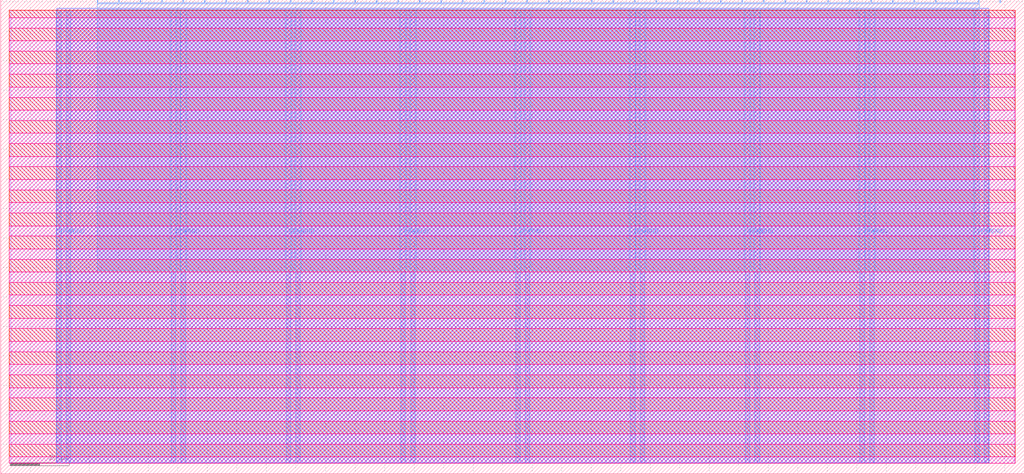
<source format=lef>
VERSION 5.7 ;
  NOWIREEXTENSIONATPIN ON ;
  DIVIDERCHAR "/" ;
  BUSBITCHARS "[]" ;
MACRO tt_um_vga_clock
  CLASS BLOCK ;
  FOREIGN tt_um_vga_clock ;
  ORIGIN 0.000 0.000 ;
  SIZE 346.640 BY 160.720 ;
  PIN VGND
    DIRECTION INOUT ;
    USE GROUND ;
    PORT
      LAYER Metal4 ;
        RECT 22.180 3.620 23.780 157.100 ;
    END
    PORT
      LAYER Metal4 ;
        RECT 61.050 3.620 62.650 157.100 ;
    END
    PORT
      LAYER Metal4 ;
        RECT 99.920 3.620 101.520 157.100 ;
    END
    PORT
      LAYER Metal4 ;
        RECT 138.790 3.620 140.390 157.100 ;
    END
    PORT
      LAYER Metal4 ;
        RECT 177.660 3.620 179.260 157.100 ;
    END
    PORT
      LAYER Metal4 ;
        RECT 216.530 3.620 218.130 157.100 ;
    END
    PORT
      LAYER Metal4 ;
        RECT 255.400 3.620 257.000 157.100 ;
    END
    PORT
      LAYER Metal4 ;
        RECT 294.270 3.620 295.870 157.100 ;
    END
    PORT
      LAYER Metal4 ;
        RECT 333.140 3.620 334.740 157.100 ;
    END
  END VGND
  PIN VPWR
    DIRECTION INOUT ;
    USE POWER ;
    PORT
      LAYER Metal4 ;
        RECT 18.880 3.620 20.480 157.100 ;
    END
    PORT
      LAYER Metal4 ;
        RECT 57.750 3.620 59.350 157.100 ;
    END
    PORT
      LAYER Metal4 ;
        RECT 96.620 3.620 98.220 157.100 ;
    END
    PORT
      LAYER Metal4 ;
        RECT 135.490 3.620 137.090 157.100 ;
    END
    PORT
      LAYER Metal4 ;
        RECT 174.360 3.620 175.960 157.100 ;
    END
    PORT
      LAYER Metal4 ;
        RECT 213.230 3.620 214.830 157.100 ;
    END
    PORT
      LAYER Metal4 ;
        RECT 252.100 3.620 253.700 157.100 ;
    END
    PORT
      LAYER Metal4 ;
        RECT 290.970 3.620 292.570 157.100 ;
    END
    PORT
      LAYER Metal4 ;
        RECT 329.840 3.620 331.440 157.100 ;
    END
  END VPWR
  PIN clk
    DIRECTION INPUT ;
    USE SIGNAL ;
    ANTENNAGATEAREA 4.738000 ;
    PORT
      LAYER Metal4 ;
        RECT 331.090 159.720 331.390 160.720 ;
    END
  END clk
  PIN ena
    DIRECTION INPUT ;
    USE SIGNAL ;
    PORT
      LAYER Metal4 ;
        RECT 338.370 159.720 338.670 160.720 ;
    END
  END ena
  PIN rst_n
    DIRECTION INPUT ;
    USE SIGNAL ;
    ANTENNAGATEAREA 0.396000 ;
    PORT
      LAYER Metal4 ;
        RECT 323.810 159.720 324.110 160.720 ;
    END
  END rst_n
  PIN ui_in[0]
    DIRECTION INPUT ;
    USE SIGNAL ;
    ANTENNAGATEAREA 1.102000 ;
    PORT
      LAYER Metal4 ;
        RECT 316.530 159.720 316.830 160.720 ;
    END
  END ui_in[0]
  PIN ui_in[1]
    DIRECTION INPUT ;
    USE SIGNAL ;
    ANTENNAGATEAREA 0.498500 ;
    PORT
      LAYER Metal4 ;
        RECT 309.250 159.720 309.550 160.720 ;
    END
  END ui_in[1]
  PIN ui_in[2]
    DIRECTION INPUT ;
    USE SIGNAL ;
    ANTENNAGATEAREA 0.741000 ;
    PORT
      LAYER Metal4 ;
        RECT 301.970 159.720 302.270 160.720 ;
    END
  END ui_in[2]
  PIN ui_in[3]
    DIRECTION INPUT ;
    USE SIGNAL ;
    ANTENNAGATEAREA 0.498500 ;
    PORT
      LAYER Metal4 ;
        RECT 294.690 159.720 294.990 160.720 ;
    END
  END ui_in[3]
  PIN ui_in[4]
    DIRECTION INPUT ;
    USE SIGNAL ;
    PORT
      LAYER Metal4 ;
        RECT 287.410 159.720 287.710 160.720 ;
    END
  END ui_in[4]
  PIN ui_in[5]
    DIRECTION INPUT ;
    USE SIGNAL ;
    PORT
      LAYER Metal4 ;
        RECT 280.130 159.720 280.430 160.720 ;
    END
  END ui_in[5]
  PIN ui_in[6]
    DIRECTION INPUT ;
    USE SIGNAL ;
    PORT
      LAYER Metal4 ;
        RECT 272.850 159.720 273.150 160.720 ;
    END
  END ui_in[6]
  PIN ui_in[7]
    DIRECTION INPUT ;
    USE SIGNAL ;
    PORT
      LAYER Metal4 ;
        RECT 265.570 159.720 265.870 160.720 ;
    END
  END ui_in[7]
  PIN uio_in[0]
    DIRECTION INPUT ;
    USE SIGNAL ;
    PORT
      LAYER Metal4 ;
        RECT 258.290 159.720 258.590 160.720 ;
    END
  END uio_in[0]
  PIN uio_in[1]
    DIRECTION INPUT ;
    USE SIGNAL ;
    PORT
      LAYER Metal4 ;
        RECT 251.010 159.720 251.310 160.720 ;
    END
  END uio_in[1]
  PIN uio_in[2]
    DIRECTION INPUT ;
    USE SIGNAL ;
    PORT
      LAYER Metal4 ;
        RECT 243.730 159.720 244.030 160.720 ;
    END
  END uio_in[2]
  PIN uio_in[3]
    DIRECTION INPUT ;
    USE SIGNAL ;
    PORT
      LAYER Metal4 ;
        RECT 236.450 159.720 236.750 160.720 ;
    END
  END uio_in[3]
  PIN uio_in[4]
    DIRECTION INPUT ;
    USE SIGNAL ;
    PORT
      LAYER Metal4 ;
        RECT 229.170 159.720 229.470 160.720 ;
    END
  END uio_in[4]
  PIN uio_in[5]
    DIRECTION INPUT ;
    USE SIGNAL ;
    PORT
      LAYER Metal4 ;
        RECT 221.890 159.720 222.190 160.720 ;
    END
  END uio_in[5]
  PIN uio_in[6]
    DIRECTION INPUT ;
    USE SIGNAL ;
    PORT
      LAYER Metal4 ;
        RECT 214.610 159.720 214.910 160.720 ;
    END
  END uio_in[6]
  PIN uio_in[7]
    DIRECTION INPUT ;
    USE SIGNAL ;
    PORT
      LAYER Metal4 ;
        RECT 207.330 159.720 207.630 160.720 ;
    END
  END uio_in[7]
  PIN uio_oe[0]
    DIRECTION OUTPUT ;
    USE SIGNAL ;
    ANTENNADIFFAREA 0.360800 ;
    PORT
      LAYER Metal4 ;
        RECT 83.570 159.720 83.870 160.720 ;
    END
  END uio_oe[0]
  PIN uio_oe[1]
    DIRECTION OUTPUT ;
    USE SIGNAL ;
    ANTENNADIFFAREA 0.360800 ;
    PORT
      LAYER Metal4 ;
        RECT 76.290 159.720 76.590 160.720 ;
    END
  END uio_oe[1]
  PIN uio_oe[2]
    DIRECTION OUTPUT ;
    USE SIGNAL ;
    ANTENNADIFFAREA 0.360800 ;
    PORT
      LAYER Metal4 ;
        RECT 69.010 159.720 69.310 160.720 ;
    END
  END uio_oe[2]
  PIN uio_oe[3]
    DIRECTION OUTPUT ;
    USE SIGNAL ;
    ANTENNADIFFAREA 0.360800 ;
    PORT
      LAYER Metal4 ;
        RECT 61.730 159.720 62.030 160.720 ;
    END
  END uio_oe[3]
  PIN uio_oe[4]
    DIRECTION OUTPUT ;
    USE SIGNAL ;
    ANTENNADIFFAREA 0.360800 ;
    PORT
      LAYER Metal4 ;
        RECT 54.450 159.720 54.750 160.720 ;
    END
  END uio_oe[4]
  PIN uio_oe[5]
    DIRECTION OUTPUT ;
    USE SIGNAL ;
    ANTENNADIFFAREA 0.360800 ;
    PORT
      LAYER Metal4 ;
        RECT 47.170 159.720 47.470 160.720 ;
    END
  END uio_oe[5]
  PIN uio_oe[6]
    DIRECTION OUTPUT ;
    USE SIGNAL ;
    ANTENNADIFFAREA 0.360800 ;
    PORT
      LAYER Metal4 ;
        RECT 39.890 159.720 40.190 160.720 ;
    END
  END uio_oe[6]
  PIN uio_oe[7]
    DIRECTION OUTPUT ;
    USE SIGNAL ;
    ANTENNADIFFAREA 0.360800 ;
    PORT
      LAYER Metal4 ;
        RECT 32.610 159.720 32.910 160.720 ;
    END
  END uio_oe[7]
  PIN uio_out[0]
    DIRECTION OUTPUT ;
    USE SIGNAL ;
    ANTENNADIFFAREA 0.360800 ;
    PORT
      LAYER Metal4 ;
        RECT 141.810 159.720 142.110 160.720 ;
    END
  END uio_out[0]
  PIN uio_out[1]
    DIRECTION OUTPUT ;
    USE SIGNAL ;
    ANTENNADIFFAREA 0.360800 ;
    PORT
      LAYER Metal4 ;
        RECT 134.530 159.720 134.830 160.720 ;
    END
  END uio_out[1]
  PIN uio_out[2]
    DIRECTION OUTPUT ;
    USE SIGNAL ;
    ANTENNADIFFAREA 0.360800 ;
    PORT
      LAYER Metal4 ;
        RECT 127.250 159.720 127.550 160.720 ;
    END
  END uio_out[2]
  PIN uio_out[3]
    DIRECTION OUTPUT ;
    USE SIGNAL ;
    ANTENNADIFFAREA 0.360800 ;
    PORT
      LAYER Metal4 ;
        RECT 119.970 159.720 120.270 160.720 ;
    END
  END uio_out[3]
  PIN uio_out[4]
    DIRECTION OUTPUT ;
    USE SIGNAL ;
    ANTENNADIFFAREA 0.360800 ;
    PORT
      LAYER Metal4 ;
        RECT 112.690 159.720 112.990 160.720 ;
    END
  END uio_out[4]
  PIN uio_out[5]
    DIRECTION OUTPUT ;
    USE SIGNAL ;
    ANTENNADIFFAREA 0.360800 ;
    PORT
      LAYER Metal4 ;
        RECT 105.410 159.720 105.710 160.720 ;
    END
  END uio_out[5]
  PIN uio_out[6]
    DIRECTION OUTPUT ;
    USE SIGNAL ;
    ANTENNADIFFAREA 0.360800 ;
    PORT
      LAYER Metal4 ;
        RECT 98.130 159.720 98.430 160.720 ;
    END
  END uio_out[6]
  PIN uio_out[7]
    DIRECTION OUTPUT ;
    USE SIGNAL ;
    ANTENNADIFFAREA 0.360800 ;
    PORT
      LAYER Metal4 ;
        RECT 90.850 159.720 91.150 160.720 ;
    END
  END uio_out[7]
  PIN uo_out[0]
    DIRECTION OUTPUT ;
    USE SIGNAL ;
    ANTENNADIFFAREA 4.030500 ;
    PORT
      LAYER Metal4 ;
        RECT 200.050 159.720 200.350 160.720 ;
    END
  END uo_out[0]
  PIN uo_out[1]
    DIRECTION OUTPUT ;
    USE SIGNAL ;
    ANTENNADIFFAREA 3.879200 ;
    PORT
      LAYER Metal4 ;
        RECT 192.770 159.720 193.070 160.720 ;
    END
  END uo_out[1]
  PIN uo_out[2]
    DIRECTION OUTPUT ;
    USE SIGNAL ;
    ANTENNADIFFAREA 4.030500 ;
    PORT
      LAYER Metal4 ;
        RECT 185.490 159.720 185.790 160.720 ;
    END
  END uo_out[2]
  PIN uo_out[3]
    DIRECTION OUTPUT ;
    USE SIGNAL ;
    ANTENNADIFFAREA 3.879200 ;
    PORT
      LAYER Metal4 ;
        RECT 178.210 159.720 178.510 160.720 ;
    END
  END uo_out[3]
  PIN uo_out[4]
    DIRECTION OUTPUT ;
    USE SIGNAL ;
    ANTENNADIFFAREA 4.030500 ;
    PORT
      LAYER Metal4 ;
        RECT 170.930 159.720 171.230 160.720 ;
    END
  END uo_out[4]
  PIN uo_out[5]
    DIRECTION OUTPUT ;
    USE SIGNAL ;
    ANTENNADIFFAREA 4.030500 ;
    PORT
      LAYER Metal4 ;
        RECT 163.650 159.720 163.950 160.720 ;
    END
  END uo_out[5]
  PIN uo_out[6]
    DIRECTION OUTPUT ;
    USE SIGNAL ;
    ANTENNADIFFAREA 3.879200 ;
    PORT
      LAYER Metal4 ;
        RECT 156.370 159.720 156.670 160.720 ;
    END
  END uo_out[6]
  PIN uo_out[7]
    DIRECTION OUTPUT ;
    USE SIGNAL ;
    ANTENNADIFFAREA 3.879200 ;
    PORT
      LAYER Metal4 ;
        RECT 149.090 159.720 149.390 160.720 ;
    END
  END uo_out[7]
  OBS
      LAYER Nwell ;
        RECT 2.930 154.640 343.710 157.230 ;
      LAYER Pwell ;
        RECT 2.930 151.120 343.710 154.640 ;
      LAYER Nwell ;
        RECT 2.930 146.800 343.710 151.120 ;
      LAYER Pwell ;
        RECT 2.930 143.280 343.710 146.800 ;
      LAYER Nwell ;
        RECT 2.930 138.960 343.710 143.280 ;
      LAYER Pwell ;
        RECT 2.930 135.440 343.710 138.960 ;
      LAYER Nwell ;
        RECT 2.930 131.120 343.710 135.440 ;
      LAYER Pwell ;
        RECT 2.930 127.600 343.710 131.120 ;
      LAYER Nwell ;
        RECT 2.930 123.280 343.710 127.600 ;
      LAYER Pwell ;
        RECT 2.930 119.760 343.710 123.280 ;
      LAYER Nwell ;
        RECT 2.930 115.440 343.710 119.760 ;
      LAYER Pwell ;
        RECT 2.930 111.920 343.710 115.440 ;
      LAYER Nwell ;
        RECT 2.930 107.600 343.710 111.920 ;
      LAYER Pwell ;
        RECT 2.930 104.080 343.710 107.600 ;
      LAYER Nwell ;
        RECT 2.930 99.760 343.710 104.080 ;
      LAYER Pwell ;
        RECT 2.930 96.240 343.710 99.760 ;
      LAYER Nwell ;
        RECT 2.930 91.920 343.710 96.240 ;
      LAYER Pwell ;
        RECT 2.930 88.400 343.710 91.920 ;
      LAYER Nwell ;
        RECT 2.930 84.080 343.710 88.400 ;
      LAYER Pwell ;
        RECT 2.930 80.560 343.710 84.080 ;
      LAYER Nwell ;
        RECT 2.930 76.240 343.710 80.560 ;
      LAYER Pwell ;
        RECT 2.930 72.720 343.710 76.240 ;
      LAYER Nwell ;
        RECT 2.930 68.400 343.710 72.720 ;
      LAYER Pwell ;
        RECT 2.930 64.880 343.710 68.400 ;
      LAYER Nwell ;
        RECT 2.930 60.560 343.710 64.880 ;
      LAYER Pwell ;
        RECT 2.930 57.040 343.710 60.560 ;
      LAYER Nwell ;
        RECT 2.930 52.720 343.710 57.040 ;
      LAYER Pwell ;
        RECT 2.930 49.200 343.710 52.720 ;
      LAYER Nwell ;
        RECT 2.930 44.880 343.710 49.200 ;
      LAYER Pwell ;
        RECT 2.930 41.360 343.710 44.880 ;
      LAYER Nwell ;
        RECT 2.930 37.040 343.710 41.360 ;
      LAYER Pwell ;
        RECT 2.930 33.520 343.710 37.040 ;
      LAYER Nwell ;
        RECT 2.930 29.200 343.710 33.520 ;
      LAYER Pwell ;
        RECT 2.930 25.680 343.710 29.200 ;
      LAYER Nwell ;
        RECT 2.930 21.360 343.710 25.680 ;
      LAYER Pwell ;
        RECT 2.930 17.840 343.710 21.360 ;
      LAYER Nwell ;
        RECT 2.930 13.520 343.710 17.840 ;
      LAYER Pwell ;
        RECT 2.930 10.000 343.710 13.520 ;
      LAYER Nwell ;
        RECT 2.930 5.680 343.710 10.000 ;
      LAYER Pwell ;
        RECT 2.930 3.490 343.710 5.680 ;
      LAYER Metal1 ;
        RECT 3.360 3.620 343.280 157.100 ;
      LAYER Metal2 ;
        RECT 19.020 3.730 334.600 157.830 ;
      LAYER Metal3 ;
        RECT 18.970 3.780 334.650 157.780 ;
      LAYER Metal4 ;
        RECT 33.210 159.420 39.590 159.720 ;
        RECT 40.490 159.420 46.870 159.720 ;
        RECT 47.770 159.420 54.150 159.720 ;
        RECT 55.050 159.420 61.430 159.720 ;
        RECT 62.330 159.420 68.710 159.720 ;
        RECT 69.610 159.420 75.990 159.720 ;
        RECT 76.890 159.420 83.270 159.720 ;
        RECT 84.170 159.420 90.550 159.720 ;
        RECT 91.450 159.420 97.830 159.720 ;
        RECT 98.730 159.420 105.110 159.720 ;
        RECT 106.010 159.420 112.390 159.720 ;
        RECT 113.290 159.420 119.670 159.720 ;
        RECT 120.570 159.420 126.950 159.720 ;
        RECT 127.850 159.420 134.230 159.720 ;
        RECT 135.130 159.420 141.510 159.720 ;
        RECT 142.410 159.420 148.790 159.720 ;
        RECT 149.690 159.420 156.070 159.720 ;
        RECT 156.970 159.420 163.350 159.720 ;
        RECT 164.250 159.420 170.630 159.720 ;
        RECT 171.530 159.420 177.910 159.720 ;
        RECT 178.810 159.420 185.190 159.720 ;
        RECT 186.090 159.420 192.470 159.720 ;
        RECT 193.370 159.420 199.750 159.720 ;
        RECT 200.650 159.420 207.030 159.720 ;
        RECT 207.930 159.420 214.310 159.720 ;
        RECT 215.210 159.420 221.590 159.720 ;
        RECT 222.490 159.420 228.870 159.720 ;
        RECT 229.770 159.420 236.150 159.720 ;
        RECT 237.050 159.420 243.430 159.720 ;
        RECT 244.330 159.420 250.710 159.720 ;
        RECT 251.610 159.420 257.990 159.720 ;
        RECT 258.890 159.420 265.270 159.720 ;
        RECT 266.170 159.420 272.550 159.720 ;
        RECT 273.450 159.420 279.830 159.720 ;
        RECT 280.730 159.420 287.110 159.720 ;
        RECT 288.010 159.420 294.390 159.720 ;
        RECT 295.290 159.420 301.670 159.720 ;
        RECT 302.570 159.420 308.950 159.720 ;
        RECT 309.850 159.420 316.230 159.720 ;
        RECT 317.130 159.420 323.510 159.720 ;
        RECT 324.410 159.420 330.790 159.720 ;
        RECT 32.620 157.400 331.380 159.420 ;
        RECT 32.620 68.970 57.450 157.400 ;
        RECT 59.650 68.970 60.750 157.400 ;
        RECT 62.950 68.970 96.320 157.400 ;
        RECT 98.520 68.970 99.620 157.400 ;
        RECT 101.820 68.970 135.190 157.400 ;
        RECT 137.390 68.970 138.490 157.400 ;
        RECT 140.690 68.970 174.060 157.400 ;
        RECT 176.260 68.970 177.360 157.400 ;
        RECT 179.560 68.970 212.930 157.400 ;
        RECT 215.130 68.970 216.230 157.400 ;
        RECT 218.430 68.970 251.800 157.400 ;
        RECT 254.000 68.970 255.100 157.400 ;
        RECT 257.300 68.970 290.670 157.400 ;
        RECT 292.870 68.970 293.970 157.400 ;
        RECT 296.170 68.970 329.540 157.400 ;
  END
END tt_um_vga_clock
END LIBRARY


</source>
